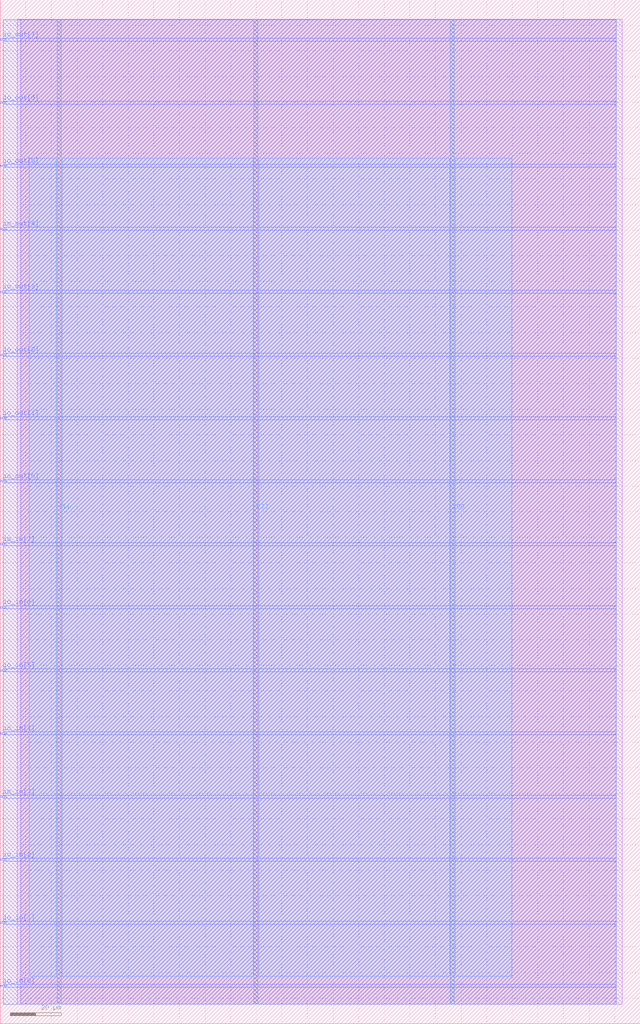
<source format=lef>
VERSION 5.7 ;
  NOWIREEXTENSIONATPIN ON ;
  DIVIDERCHAR "/" ;
  BUSBITCHARS "[]" ;
MACRO temp_sensor
  CLASS BLOCK ;
  FOREIGN temp_sensor ;
  ORIGIN 0.000 0.000 ;
  SIZE 250.000 BY 400.000 ;
  PIN VDD
    DIRECTION INOUT ;
    USE POWER ;
    PORT
      LAYER Metal4 ;
        RECT 22.240 7.540 23.840 392.300 ;
    END
    PORT
      LAYER Metal4 ;
        RECT 175.840 7.540 177.440 392.300 ;
    END
  END VDD
  PIN VSS
    DIRECTION INOUT ;
    USE GROUND ;
    PORT
      LAYER Metal4 ;
        RECT 99.040 7.540 100.640 392.300 ;
    END
  END VSS
  PIN io_in[0]
    DIRECTION INPUT ;
    USE SIGNAL ;
    ANTENNAGATEAREA 4.738000 ;
    ANTENNADIFFAREA 0.410400 ;
    PORT
      LAYER Metal3 ;
        RECT 0.000 14.560 2.000 15.120 ;
    END
  END io_in[0]
  PIN io_in[1]
    DIRECTION INPUT ;
    USE SIGNAL ;
    ANTENNAGATEAREA 0.741000 ;
    ANTENNADIFFAREA 0.410400 ;
    PORT
      LAYER Metal3 ;
        RECT 0.000 39.200 2.000 39.760 ;
    END
  END io_in[1]
  PIN io_in[2]
    DIRECTION INPUT ;
    USE SIGNAL ;
    ANTENNAGATEAREA 2.204000 ;
    ANTENNADIFFAREA 0.410400 ;
    PORT
      LAYER Metal3 ;
        RECT 0.000 63.840 2.000 64.400 ;
    END
  END io_in[2]
  PIN io_in[3]
    DIRECTION INPUT ;
    USE SIGNAL ;
    ANTENNAGATEAREA 0.741000 ;
    ANTENNADIFFAREA 0.410400 ;
    PORT
      LAYER Metal3 ;
        RECT 0.000 88.480 2.000 89.040 ;
    END
  END io_in[3]
  PIN io_in[4]
    DIRECTION INPUT ;
    USE SIGNAL ;
    ANTENNAGATEAREA 0.741000 ;
    ANTENNADIFFAREA 0.410400 ;
    PORT
      LAYER Metal3 ;
        RECT 0.000 113.120 2.000 113.680 ;
    END
  END io_in[4]
  PIN io_in[5]
    DIRECTION INPUT ;
    USE SIGNAL ;
    ANTENNAGATEAREA 1.102000 ;
    ANTENNADIFFAREA 0.410400 ;
    PORT
      LAYER Metal3 ;
        RECT 0.000 137.760 2.000 138.320 ;
    END
  END io_in[5]
  PIN io_in[6]
    DIRECTION INPUT ;
    USE SIGNAL ;
    ANTENNAGATEAREA 1.102000 ;
    ANTENNADIFFAREA 0.410400 ;
    PORT
      LAYER Metal3 ;
        RECT 0.000 162.400 2.000 162.960 ;
    END
  END io_in[6]
  PIN io_in[7]
    DIRECTION INPUT ;
    USE SIGNAL ;
    ANTENNAGATEAREA 0.741000 ;
    ANTENNADIFFAREA 0.410400 ;
    PORT
      LAYER Metal3 ;
        RECT 0.000 187.040 2.000 187.600 ;
    END
  END io_in[7]
  PIN io_out[0]
    DIRECTION OUTPUT TRISTATE ;
    USE SIGNAL ;
    ANTENNADIFFAREA 1.276000 ;
    PORT
      LAYER Metal3 ;
        RECT 0.000 211.680 2.000 212.240 ;
    END
  END io_out[0]
  PIN io_out[1]
    DIRECTION OUTPUT TRISTATE ;
    USE SIGNAL ;
    ANTENNADIFFAREA 1.304800 ;
    PORT
      LAYER Metal3 ;
        RECT 0.000 236.320 2.000 236.880 ;
    END
  END io_out[1]
  PIN io_out[2]
    DIRECTION OUTPUT TRISTATE ;
    USE SIGNAL ;
    ANTENNADIFFAREA 1.182800 ;
    PORT
      LAYER Metal3 ;
        RECT 0.000 260.960 2.000 261.520 ;
    END
  END io_out[2]
  PIN io_out[3]
    DIRECTION OUTPUT TRISTATE ;
    USE SIGNAL ;
    ANTENNADIFFAREA 1.182800 ;
    PORT
      LAYER Metal3 ;
        RECT 0.000 285.600 2.000 286.160 ;
    END
  END io_out[3]
  PIN io_out[4]
    DIRECTION OUTPUT TRISTATE ;
    USE SIGNAL ;
    ANTENNADIFFAREA 1.276000 ;
    PORT
      LAYER Metal3 ;
        RECT 0.000 310.240 2.000 310.800 ;
    END
  END io_out[4]
  PIN io_out[5]
    DIRECTION OUTPUT TRISTATE ;
    USE SIGNAL ;
    ANTENNADIFFAREA 1.304800 ;
    PORT
      LAYER Metal3 ;
        RECT 0.000 334.880 2.000 335.440 ;
    END
  END io_out[5]
  PIN io_out[6]
    DIRECTION OUTPUT TRISTATE ;
    USE SIGNAL ;
    ANTENNADIFFAREA 1.182800 ;
    PORT
      LAYER Metal3 ;
        RECT 0.000 359.520 2.000 360.080 ;
    END
  END io_out[6]
  PIN io_out[7]
    DIRECTION OUTPUT TRISTATE ;
    USE SIGNAL ;
    ANTENNADIFFAREA 1.145600 ;
    PORT
      LAYER Metal3 ;
        RECT 0.000 384.160 2.000 384.720 ;
    END
  END io_out[7]
  OBS
      LAYER Metal1 ;
        RECT 6.720 7.540 243.040 392.300 ;
      LAYER Metal2 ;
        RECT 7.980 7.650 240.660 392.190 ;
      LAYER Metal3 ;
        RECT 1.260 385.020 240.710 392.140 ;
        RECT 2.300 383.860 240.710 385.020 ;
        RECT 1.260 360.380 240.710 383.860 ;
        RECT 2.300 359.220 240.710 360.380 ;
        RECT 1.260 335.740 240.710 359.220 ;
        RECT 2.300 334.580 240.710 335.740 ;
        RECT 1.260 311.100 240.710 334.580 ;
        RECT 2.300 309.940 240.710 311.100 ;
        RECT 1.260 286.460 240.710 309.940 ;
        RECT 2.300 285.300 240.710 286.460 ;
        RECT 1.260 261.820 240.710 285.300 ;
        RECT 2.300 260.660 240.710 261.820 ;
        RECT 1.260 237.180 240.710 260.660 ;
        RECT 2.300 236.020 240.710 237.180 ;
        RECT 1.260 212.540 240.710 236.020 ;
        RECT 2.300 211.380 240.710 212.540 ;
        RECT 1.260 187.900 240.710 211.380 ;
        RECT 2.300 186.740 240.710 187.900 ;
        RECT 1.260 163.260 240.710 186.740 ;
        RECT 2.300 162.100 240.710 163.260 ;
        RECT 1.260 138.620 240.710 162.100 ;
        RECT 2.300 137.460 240.710 138.620 ;
        RECT 1.260 113.980 240.710 137.460 ;
        RECT 2.300 112.820 240.710 113.980 ;
        RECT 1.260 89.340 240.710 112.820 ;
        RECT 2.300 88.180 240.710 89.340 ;
        RECT 1.260 64.700 240.710 88.180 ;
        RECT 2.300 63.540 240.710 64.700 ;
        RECT 1.260 40.060 240.710 63.540 ;
        RECT 2.300 38.900 240.710 40.060 ;
        RECT 1.260 15.420 240.710 38.900 ;
        RECT 2.300 14.260 240.710 15.420 ;
        RECT 1.260 7.700 240.710 14.260 ;
      LAYER Metal4 ;
        RECT 11.340 18.570 21.940 338.150 ;
        RECT 24.140 18.570 98.740 338.150 ;
        RECT 100.940 18.570 175.540 338.150 ;
        RECT 177.740 18.570 199.780 338.150 ;
  END
END temp_sensor
END LIBRARY


</source>
